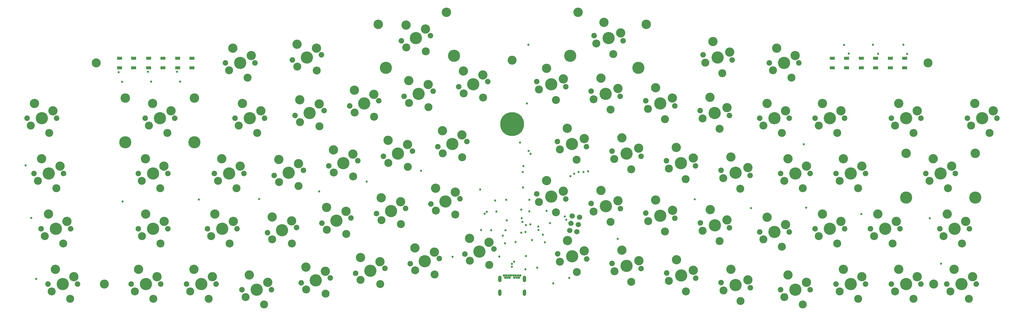
<source format=gbr>
G04 EAGLE Gerber RS-274X export*
G75*
%MOMM*%
%FSLAX34Y34*%
%LPD*%
%INSoldermask Bottom*%
%IPPOS*%
%AMOC8*
5,1,8,0,0,1.08239X$1,22.5*%
G01*
%ADD10C,1.904947*%
%ADD11C,1.905047*%
%ADD12C,4.191066*%
%ADD13C,4.203300*%
%ADD14C,4.203250*%
%ADD15C,4.203200*%
%ADD16C,4.191000*%
%ADD17C,1.904953*%
%ADD18C,1.905000*%
%ADD19C,3.251200*%
%ADD20C,3.251269*%
%ADD21C,3.103200*%
%ADD22C,1.905100*%
%ADD23C,3.103203*%
%ADD24C,3.251300*%
%ADD25C,4.191034*%
%ADD26C,4.190903*%
%ADD27C,4.190997*%
%ADD28C,1.905003*%
%ADD29C,3.251231*%
%ADD30C,1.905097*%
%ADD31C,8.203203*%
%ADD32C,4.203100*%
%ADD33C,1.905053*%
%ADD34C,3.103300*%
%ADD35C,2.743200*%
%ADD36C,3.200400*%
%ADD37C,0.853200*%
%ADD38C,1.203200*%
%ADD39R,1.703200X1.103200*%
%ADD40C,1.828800*%
%ADD41C,0.756400*%


D10*
X1927924Y838567D03*
D11*
X2293506Y580666D03*
D12*
X1346701Y786767D03*
D13*
X2253107Y781228D03*
D11*
X1462376Y697548D03*
D14*
X754283Y185815D03*
D15*
X2520507Y381000D03*
D16*
X3139632Y298450D03*
D11*
X1179523Y260796D03*
D17*
X1818438Y277555D03*
D18*
X2469707Y381000D03*
D15*
X1939770Y449600D03*
D17*
X1362320Y679906D03*
D19*
X453437Y641350D03*
D20*
X1320237Y936852D03*
D15*
X1215113Y847388D03*
D17*
X1165085Y838567D03*
D11*
X2177404Y407699D03*
X1918494Y259913D03*
D18*
X2532950Y762000D03*
D11*
X2365010Y374619D03*
X1015479Y425309D03*
D18*
X3118994Y190500D03*
D21*
X2977400Y762000D03*
D15*
X1868266Y655647D03*
D17*
X1630832Y310635D03*
D18*
X599488Y190500D03*
D11*
X1730888Y292993D03*
D15*
X849530Y589487D03*
D17*
X2264954Y392261D03*
D18*
X560057Y762000D03*
D15*
X2449070Y571500D03*
D18*
X2690370Y571500D03*
D15*
X1224742Y655647D03*
D17*
X1630632Y697548D03*
D18*
X3041206Y0D03*
D17*
X1383384Y103304D03*
D15*
X2901508Y571500D03*
D18*
X2850708Y571500D03*
D22*
X3071370Y381000D03*
D23*
X1545959Y771464D03*
D18*
X2952308Y571500D03*
D24*
X2007279Y895502D03*
D19*
X2901507Y450850D03*
D16*
X2901507Y298450D03*
D11*
X1483440Y120946D03*
D25*
X1746307Y786767D03*
D18*
X-20639Y571500D03*
D15*
X3092006Y0D03*
D26*
X1980815Y745417D03*
D11*
X1918294Y646826D03*
D15*
X3068194Y190500D03*
X610857Y762000D03*
X310563Y190500D03*
D18*
X2398270Y571500D03*
D15*
X2127823Y29563D03*
D18*
X259763Y381000D03*
D27*
X1112194Y745417D03*
D17*
X820566Y4064D03*
D11*
X1108228Y54786D03*
D15*
X3163445Y571500D03*
D18*
X2660206Y0D03*
D15*
X-71439Y571500D03*
X-47626Y381000D03*
X2314982Y383440D03*
D28*
X704255Y176994D03*
D15*
X2055872Y622567D03*
D17*
X1103029Y440747D03*
D15*
X1680660Y688727D03*
D11*
X1203085Y458389D03*
D17*
X2005844Y631388D03*
D15*
X2056072Y235654D03*
D18*
X3174Y381000D03*
X-98426Y381000D03*
X623300Y381000D03*
D17*
X1889742Y458421D03*
D18*
X361363Y190500D03*
X528051Y0D03*
D15*
X1153057Y449568D03*
X2520506Y-19402D03*
X310563Y381000D03*
D19*
X3139632Y450850D03*
D17*
X799502Y580666D03*
X987108Y613746D03*
D15*
X2449069Y179895D03*
D17*
X891861Y210074D03*
D18*
X361363Y381000D03*
X497888Y190500D03*
D19*
X215312Y641350D03*
D18*
X2431350Y762000D03*
D15*
X777845Y383408D03*
D11*
X1730688Y679906D03*
X1274770Y664468D03*
D15*
X2243478Y589487D03*
D17*
X2193450Y598308D03*
D18*
X-122239Y571500D03*
D15*
X477251Y0D03*
X1868466Y268734D03*
D18*
X2398269Y179895D03*
D15*
X1412348Y688727D03*
D17*
X1079467Y243154D03*
D11*
X991917Y227716D03*
X2293706Y193753D03*
D18*
X2761806Y0D03*
D15*
X-23813Y190500D03*
X1037136Y622567D03*
D16*
X215312Y488950D03*
D15*
X2315429Y-3517D03*
D11*
X2177851Y20742D03*
D17*
X2265401Y5304D03*
D18*
X50800Y0D03*
D15*
X941889Y218895D03*
D18*
X2499869Y179895D03*
D15*
X2482150Y762000D03*
D17*
X915423Y407667D03*
D18*
X521700Y381000D03*
D15*
X1752164Y482680D03*
D11*
X827873Y392229D03*
D15*
X2243678Y202574D03*
X965451Y416488D03*
D17*
X727817Y374587D03*
D18*
X426451Y0D03*
D11*
X1295834Y87866D03*
D15*
X572500Y381000D03*
D11*
X1802639Y86902D03*
X1802192Y473859D03*
D17*
X1702136Y491501D03*
D18*
X3214245Y571500D03*
X3017394Y190500D03*
D29*
X1772771Y936852D03*
D17*
X2077795Y38384D03*
D22*
X283575Y571500D03*
D13*
X3020570Y381000D03*
D15*
X1317101Y285055D03*
D11*
X1265141Y856209D03*
D15*
X870594Y12885D03*
D17*
X1008172Y37144D03*
D15*
X548688Y190500D03*
X667751Y-19402D03*
D19*
X1085730Y895502D03*
D18*
X259763Y190500D03*
D15*
X643937Y571500D03*
D18*
X593137Y571500D03*
D30*
X804311Y194636D03*
D18*
X2571306Y-19402D03*
X718551Y-19402D03*
D22*
X2969770Y381000D03*
D18*
X661657Y762000D03*
X616951Y-19402D03*
X2469706Y-19402D03*
X2588770Y571500D03*
D17*
X1818238Y664468D03*
D11*
X1390691Y491469D03*
D18*
X3142806Y0D03*
D31*
X1545959Y551464D03*
D15*
X0Y0D03*
D13*
X334375Y571500D03*
D17*
X1174714Y646826D03*
D11*
X1087164Y631388D03*
D15*
X2711006Y0D03*
D17*
X1195778Y70224D03*
D15*
X1245806Y79045D03*
D22*
X385175Y571500D03*
D32*
X1877896Y847388D03*
D17*
X2006044Y244475D03*
D18*
X3112645Y571500D03*
D17*
X1267073Y276234D03*
D18*
X337551Y0D03*
X2499870Y571500D03*
D10*
X889929Y790049D03*
D18*
X2761807Y381000D03*
X2779269Y190500D03*
D10*
X2303135Y772407D03*
D18*
X694737Y571500D03*
D15*
X1433412Y112125D03*
D11*
X2365457Y-12338D03*
D18*
X2850706Y0D03*
D15*
X2830069Y190500D03*
D21*
X115607Y762000D03*
D18*
X2588769Y190500D03*
D11*
X2105900Y613746D03*
D33*
X2203078Y790049D03*
D11*
X920622Y21706D03*
D17*
X1702583Y104544D03*
X1890189Y71464D03*
D15*
X2711007Y381000D03*
D18*
X2660207Y381000D03*
D15*
X1058200Y45965D03*
D18*
X-50800Y0D03*
D11*
X1367129Y293876D03*
D15*
X1340663Y482648D03*
X286751Y0D03*
D17*
X1290635Y473827D03*
D11*
X1990245Y53822D03*
D15*
X1940217Y62643D03*
D21*
X2996756Y0D03*
D34*
X143376Y0D03*
D18*
X2880869Y190500D03*
X235951Y0D03*
D15*
X1129495Y251975D03*
D18*
X-74613Y190500D03*
D33*
X789872Y772407D03*
D18*
X2571307Y381000D03*
X26987Y190500D03*
D17*
X2077348Y425341D03*
D18*
X2952306Y0D03*
D17*
X2193650Y211395D03*
D15*
X2639569Y190500D03*
X2901506Y0D03*
D18*
X2690369Y190500D03*
D15*
X2127376Y416520D03*
D13*
X839901Y781228D03*
D33*
X1827867Y856209D03*
D16*
X453437Y488950D03*
D11*
X899558Y598308D03*
D15*
X2639570Y571500D03*
X1752611Y95723D03*
D11*
X2106100Y226833D03*
X1989798Y440779D03*
D15*
X1680860Y301814D03*
D35*
X-85690Y355520D03*
X-22190Y330120D03*
D36*
X-9490Y406320D03*
X-72990Y431720D03*
D35*
X272440Y355600D03*
X335940Y330200D03*
D36*
X348640Y406400D03*
X285140Y431800D03*
D35*
X534420Y355570D03*
X597920Y330170D03*
D36*
X610620Y406370D03*
X547120Y431770D03*
D35*
X744710Y351780D03*
X811655Y337792D03*
D36*
X810931Y415040D03*
X743985Y429028D03*
D35*
X1004050Y590900D03*
X1070995Y576912D03*
D36*
X1070271Y654160D03*
X1003325Y668148D03*
D35*
X1191650Y624020D03*
X1258595Y610032D03*
D36*
X1257871Y687280D03*
X1190925Y701268D03*
D35*
X1307550Y450970D03*
X1374495Y436982D03*
D36*
X1373771Y514230D03*
X1306825Y528218D03*
D35*
X1710188Y464252D03*
X1768313Y428211D03*
D36*
X1794052Y501048D03*
X1735927Y537089D03*
D35*
X1897838Y431212D03*
X1955963Y395171D03*
D36*
X1981702Y468008D03*
X1923577Y504049D03*
D35*
X2085448Y398082D03*
X2143573Y362041D03*
D36*
X2169312Y434878D03*
X2111187Y470919D03*
D35*
X2273078Y365012D03*
X2331203Y328971D03*
D36*
X2356942Y401808D03*
X2298817Y437849D03*
D35*
X2482420Y355600D03*
X2545920Y330200D03*
D36*
X2558620Y406400D03*
X2495120Y431800D03*
D35*
X2672940Y355630D03*
X2736440Y330230D03*
D36*
X2749140Y406430D03*
X2685640Y431830D03*
D35*
X2982440Y355570D03*
X3045940Y330170D03*
D36*
X3058640Y406370D03*
X2995140Y431770D03*
D35*
X3030090Y165070D03*
X3093590Y139670D03*
D36*
X3106290Y215870D03*
X3042790Y241270D03*
D35*
X-109520Y546070D03*
X-46020Y520670D03*
D36*
X-33320Y596870D03*
X-96820Y622270D03*
D35*
X296320Y546070D03*
X359820Y520670D03*
D36*
X372520Y596870D03*
X309020Y622270D03*
D35*
X605840Y546050D03*
X669340Y520650D03*
D36*
X682040Y596850D03*
X618540Y622250D03*
D35*
X816440Y557800D03*
X883385Y543812D03*
D36*
X882661Y621060D03*
X815715Y635048D03*
D35*
X2211178Y762802D03*
X2269303Y726761D03*
D36*
X2295042Y799598D03*
X2236917Y835639D03*
D35*
X2444040Y736600D03*
X2507540Y711200D03*
D36*
X2520240Y787400D03*
X2456740Y812800D03*
D35*
X1379230Y657070D03*
X1446175Y643082D03*
D36*
X1445451Y720330D03*
X1378505Y734318D03*
D35*
X1638758Y670352D03*
X1696883Y634311D03*
D36*
X1722622Y707148D03*
X1664497Y743189D03*
D35*
X1826418Y637252D03*
X1884543Y601211D03*
D36*
X1910282Y674048D03*
X1852157Y710089D03*
D35*
X2013948Y604132D03*
X2072073Y568091D03*
D36*
X2097812Y640928D03*
X2039687Y676969D03*
D35*
X2201578Y571082D03*
X2259703Y535041D03*
D36*
X2285442Y607878D03*
X2227317Y643919D03*
D35*
X2410970Y546100D03*
X2474470Y520700D03*
D36*
X2487170Y596900D03*
X2423670Y622300D03*
D35*
X2601490Y546050D03*
X2664990Y520650D03*
D36*
X2677690Y596850D03*
X2614190Y622250D03*
D35*
X2863420Y546100D03*
X2926920Y520700D03*
D36*
X2939620Y596900D03*
X2876120Y622300D03*
D35*
X3125340Y546070D03*
X3188840Y520670D03*
D36*
X3201540Y596870D03*
X3138040Y622270D03*
D35*
X572800Y736570D03*
X636300Y711170D03*
D36*
X649000Y787370D03*
X585500Y812770D03*
D35*
X806840Y749600D03*
X873785Y735612D03*
D36*
X873061Y812860D03*
X806115Y826848D03*
D35*
X1182000Y815740D03*
X1248945Y801752D03*
D36*
X1248221Y879000D03*
X1181275Y892988D03*
D35*
X1835988Y828972D03*
X1894113Y792931D03*
D36*
X1919852Y865768D03*
X1861727Y901809D03*
D35*
X932340Y384880D03*
X999285Y370892D03*
D36*
X998561Y448140D03*
X931615Y462128D03*
D35*
X1119970Y417920D03*
X1186915Y403932D03*
D36*
X1186191Y481180D03*
X1119245Y495168D03*
D35*
X1284080Y253430D03*
X1351025Y239442D03*
D36*
X1350301Y316690D03*
X1283355Y330678D03*
D35*
X1638888Y283382D03*
X1697013Y247341D03*
D36*
X1722752Y320178D03*
X1664627Y356219D03*
D35*
X1826538Y250312D03*
X1884663Y214271D03*
D36*
X1910402Y287108D03*
X1852277Y323149D03*
D35*
X2014168Y217292D03*
X2072293Y181251D03*
D36*
X2098032Y254088D03*
X2039907Y290129D03*
D35*
X2201728Y184222D03*
X2259853Y148181D03*
D36*
X2285592Y221018D03*
X2227467Y257059D03*
D35*
X2410970Y154460D03*
X2474470Y129060D03*
D36*
X2487170Y205260D03*
X2423670Y230660D03*
D35*
X2601490Y165050D03*
X2664990Y139650D03*
D36*
X2677690Y215850D03*
X2614190Y241250D03*
D35*
X2791970Y165070D03*
X2855470Y139670D03*
D36*
X2868170Y215870D03*
X2804670Y241270D03*
D35*
X-61870Y165130D03*
X1630Y139730D03*
D36*
X14330Y215930D03*
X-49170Y241330D03*
D35*
X272490Y165100D03*
X335990Y139700D03*
D36*
X348690Y215900D03*
X285190Y241300D03*
D35*
X510590Y165070D03*
X574090Y139670D03*
D36*
X586790Y215870D03*
X523290Y241270D03*
D35*
X721170Y154200D03*
X788115Y140212D03*
D36*
X787391Y217460D03*
X720445Y231448D03*
D35*
X908750Y187240D03*
X975695Y173252D03*
D36*
X974971Y250500D03*
X908025Y264488D03*
D35*
X1096400Y220340D03*
X1163345Y206352D03*
D36*
X1162621Y283600D03*
X1095675Y297588D03*
D35*
X1212680Y47390D03*
X1279625Y33402D03*
D36*
X1278901Y110650D03*
X1211955Y124638D03*
D35*
X1400310Y80460D03*
X1467255Y66472D03*
D36*
X1466531Y143720D03*
X1399585Y157708D03*
D35*
X1710698Y77312D03*
X1768823Y41271D03*
D36*
X1794562Y114108D03*
X1736437Y150149D03*
D35*
X1898298Y44212D03*
X1956423Y8171D03*
D36*
X1982162Y81008D03*
X1924037Y117049D03*
D35*
X2085878Y11172D03*
X2144003Y-24869D03*
D36*
X2169742Y47968D03*
X2111617Y84009D03*
D35*
X2273558Y-21928D03*
X2331683Y-57969D03*
D36*
X2357422Y14868D03*
X2299297Y50909D03*
D35*
X2482420Y-44780D03*
X2545920Y-70180D03*
D36*
X2558620Y6020D03*
X2495120Y31420D03*
D35*
X2672940Y-25370D03*
X2736440Y-50770D03*
D36*
X2749140Y25430D03*
X2685640Y50830D03*
D35*
X2863420Y-25430D03*
X2926920Y-50830D03*
D36*
X2939620Y25370D03*
X2876120Y50770D03*
D35*
X-38070Y-25430D03*
X25430Y-50830D03*
D36*
X38130Y25370D03*
X-25370Y50770D03*
D35*
X248670Y-25430D03*
X312170Y-50830D03*
D36*
X324870Y25370D03*
X261370Y50770D03*
D35*
X439220Y-25400D03*
X502720Y-50800D03*
D36*
X515420Y25400D03*
X451920Y50800D03*
D35*
X629640Y-44830D03*
X693140Y-70230D03*
D36*
X705840Y5970D03*
X642340Y31370D03*
D35*
X837500Y-18780D03*
X904445Y-32768D03*
D36*
X903721Y44480D03*
X836775Y58468D03*
D35*
X1025100Y14340D03*
X1092045Y352D03*
D36*
X1091321Y77600D03*
X1024375Y91588D03*
D35*
X3053944Y-25476D03*
X3117444Y-50876D03*
D36*
X3130144Y25324D03*
X3066644Y50724D03*
D37*
X1574200Y29490D03*
X1570200Y22490D03*
X1562200Y22490D03*
X1566200Y29490D03*
X1558200Y29490D03*
X1554200Y22490D03*
X1550200Y29490D03*
X1542200Y29490D03*
X1538200Y22490D03*
X1534200Y29490D03*
X1530200Y22490D03*
X1522200Y22490D03*
X1526200Y29490D03*
X1518200Y29490D03*
D38*
X1503500Y22990D02*
X1503500Y12990D01*
X1588900Y12990D02*
X1588900Y22990D01*
X1588900Y-24310D02*
X1588900Y-34310D01*
X1503500Y-34310D02*
X1503500Y-24310D01*
D39*
X2697000Y778500D03*
X2697000Y745500D03*
X2648000Y778500D03*
X2648000Y745500D03*
X2797000Y778500D03*
X2797000Y745500D03*
X2748000Y778500D03*
X2748000Y745500D03*
X2897000Y778500D03*
X2897000Y745500D03*
X2848000Y778500D03*
X2848000Y745500D03*
X395500Y745500D03*
X395500Y778500D03*
X444500Y745500D03*
X444500Y778500D03*
X295500Y745500D03*
X295500Y778500D03*
X344500Y745500D03*
X344500Y778500D03*
X195500Y745500D03*
X195500Y778500D03*
X244500Y745500D03*
X244500Y778500D03*
D40*
X1773617Y205265D03*
X1748603Y209675D03*
X1744192Y184661D03*
X1769206Y180251D03*
X1778028Y230279D03*
X1753014Y234689D03*
D41*
X1687271Y2718D03*
X1632915Y56744D03*
X1614449Y151499D03*
X2804998Y793346D03*
X2704109Y794337D03*
X2905379Y793575D03*
X192024Y730098D03*
X292786Y731495D03*
X393090Y731799D03*
X1636395Y198095D03*
X1677035Y210210D03*
X1591890Y51054D03*
X1521612Y140818D03*
X1545285Y59080D03*
X1553032Y77445D03*
X1545692Y70030D03*
X1593825Y96545D03*
X1502283Y95123D03*
X1651787Y170713D03*
X1487424Y288188D03*
X1583817Y332613D03*
X1608912Y205715D03*
X1557884Y144983D03*
X1492021Y250190D03*
X1525880Y290601D03*
X2688514Y824179D03*
X2787625Y824992D03*
X2892146Y824916D03*
X204267Y696849D03*
X304571Y697459D03*
X404393Y697687D03*
X1439316Y186233D03*
X1523111Y185674D03*
X1664995Y252908D03*
X1909750Y156235D03*
X1605305Y290220D03*
X1474292Y185674D03*
X1636827Y186055D03*
X1727079Y232912D03*
X1602171Y824900D03*
X1609423Y448640D03*
X1597386Y622529D03*
X1602568Y458748D03*
X1585595Y406984D03*
X1435938Y326387D03*
X1742796Y21361D03*
X1341145Y94031D03*
X-108229Y227838D03*
X-127203Y409346D03*
X-91237Y18237D03*
X1577594Y177038D03*
X1451094Y241950D03*
X206375Y284709D03*
X1592047Y179603D03*
X1459078Y249022D03*
X1732331Y222174D03*
X468503Y291338D03*
X675996Y293116D03*
X882523Y318973D03*
X1045642Y353060D03*
X1233018Y390423D03*
X1582649Y386651D03*
X1527708Y219354D03*
X1659153Y143993D03*
X2174820Y292282D03*
X1747266Y372135D03*
X1577518Y256362D03*
X2368169Y261391D03*
X1759915Y380213D03*
X1605661Y250520D03*
X2557653Y263119D03*
X1774622Y386029D03*
X1579369Y227358D03*
X2747696Y241376D03*
X1792104Y386252D03*
X1581658Y214401D03*
X2982747Y227406D03*
X1808277Y389001D03*
X1593825Y203479D03*
X3022261Y70866D03*
X1513662Y167183D03*
X1573733Y487705D03*
X2549347Y482346D03*
M02*

</source>
